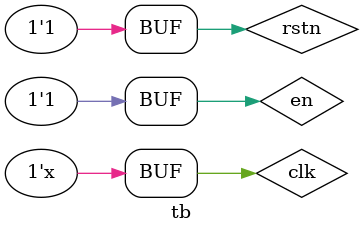
<source format=v>
`timescale 100us / 100us


module tb(
    );
reg clk,rstn,en;
wire [6:0] high_seg,low_seg;
wire [1:0] light;


top top0(.clk(clk),.rstn(rstn),.en(en),.high_seg(high_seg),.low_seg(low_seg),.light(light));

initial
begin
    clk=1'b0;
    rstn=1'b1;
    en=1'b1;
    #10 rstn=1'b0;
    #100 rstn=1'b1;
end

always #5 clk=~clk;

endmodule

</source>
